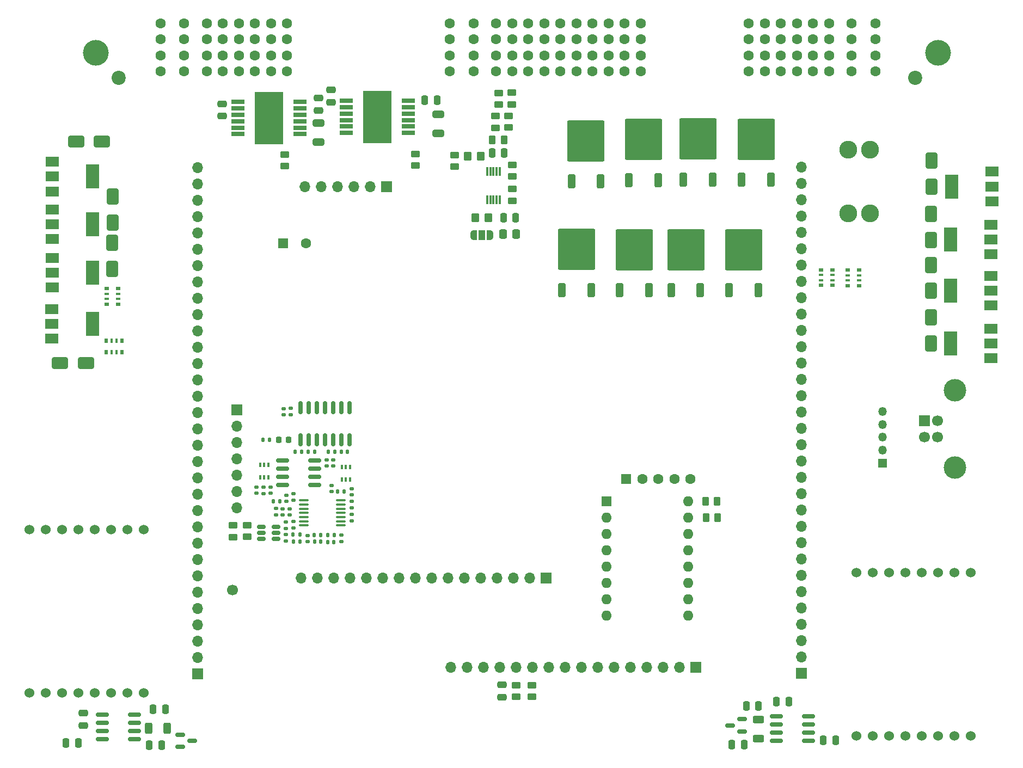
<source format=gbr>
%TF.GenerationSoftware,KiCad,Pcbnew,7.0.8*%
%TF.CreationDate,2024-05-13T00:37:04+01:00*%
%TF.ProjectId,Polygonus-Universal-Base,506f6c79-676f-46e7-9573-2d556e697665,rev?*%
%TF.SameCoordinates,Original*%
%TF.FileFunction,Soldermask,Top*%
%TF.FilePolarity,Negative*%
%FSLAX46Y46*%
G04 Gerber Fmt 4.6, Leading zero omitted, Abs format (unit mm)*
G04 Created by KiCad (PCBNEW 7.0.8) date 2024-05-13 00:37:04*
%MOMM*%
%LPD*%
G01*
G04 APERTURE LIST*
G04 Aperture macros list*
%AMRoundRect*
0 Rectangle with rounded corners*
0 $1 Rounding radius*
0 $2 $3 $4 $5 $6 $7 $8 $9 X,Y pos of 4 corners*
0 Add a 4 corners polygon primitive as box body*
4,1,4,$2,$3,$4,$5,$6,$7,$8,$9,$2,$3,0*
0 Add four circle primitives for the rounded corners*
1,1,$1+$1,$2,$3*
1,1,$1+$1,$4,$5*
1,1,$1+$1,$6,$7*
1,1,$1+$1,$8,$9*
0 Add four rect primitives between the rounded corners*
20,1,$1+$1,$2,$3,$4,$5,0*
20,1,$1+$1,$4,$5,$6,$7,0*
20,1,$1+$1,$6,$7,$8,$9,0*
20,1,$1+$1,$8,$9,$2,$3,0*%
%AMFreePoly0*
4,1,19,0.550000,-0.750000,0.000000,-0.750000,0.000000,-0.744911,-0.071157,-0.744911,-0.207708,-0.704816,-0.327430,-0.627875,-0.420627,-0.520320,-0.479746,-0.390866,-0.500000,-0.250000,-0.500000,0.250000,-0.479746,0.390866,-0.420627,0.520320,-0.327430,0.627875,-0.207708,0.704816,-0.071157,0.744911,0.000000,0.744911,0.000000,0.750000,0.550000,0.750000,0.550000,-0.750000,0.550000,-0.750000,
$1*%
%AMFreePoly1*
4,1,19,0.000000,0.744911,0.071157,0.744911,0.207708,0.704816,0.327430,0.627875,0.420627,0.520320,0.479746,0.390866,0.500000,0.250000,0.500000,-0.250000,0.479746,-0.390866,0.420627,-0.520320,0.327430,-0.627875,0.207708,-0.704816,0.071157,-0.744911,0.000000,-0.744911,0.000000,-0.750000,-0.550000,-0.750000,-0.550000,0.750000,0.000000,0.750000,0.000000,0.744911,0.000000,0.744911,
$1*%
G04 Aperture macros list end*
%ADD10RoundRect,0.250000X-0.337500X-0.475000X0.337500X-0.475000X0.337500X0.475000X-0.337500X0.475000X0*%
%ADD11RoundRect,0.250000X-0.650000X1.000000X-0.650000X-1.000000X0.650000X-1.000000X0.650000X1.000000X0*%
%ADD12R,1.700000X1.700000*%
%ADD13O,1.700000X1.700000*%
%ADD14R,0.500000X0.800000*%
%ADD15R,0.400000X0.800000*%
%ADD16RoundRect,0.250000X0.350000X-0.850000X0.350000X0.850000X-0.350000X0.850000X-0.350000X-0.850000X0*%
%ADD17RoundRect,0.249997X2.650003X-2.950003X2.650003X2.950003X-2.650003X2.950003X-2.650003X-2.950003X0*%
%ADD18R,2.000000X1.500000*%
%ADD19R,2.000000X3.800000*%
%ADD20R,1.600000X1.600000*%
%ADD21C,1.600000*%
%ADD22RoundRect,0.135000X0.185000X-0.135000X0.185000X0.135000X-0.185000X0.135000X-0.185000X-0.135000X0*%
%ADD23RoundRect,0.150000X-0.825000X-0.150000X0.825000X-0.150000X0.825000X0.150000X-0.825000X0.150000X0*%
%ADD24RoundRect,0.150000X0.150000X-0.825000X0.150000X0.825000X-0.150000X0.825000X-0.150000X-0.825000X0*%
%ADD25R,0.800000X0.500000*%
%ADD26R,0.800000X0.400000*%
%ADD27C,1.700000*%
%ADD28RoundRect,0.250000X0.450000X-0.262500X0.450000X0.262500X-0.450000X0.262500X-0.450000X-0.262500X0*%
%ADD29RoundRect,0.140000X-0.170000X0.140000X-0.170000X-0.140000X0.170000X-0.140000X0.170000X0.140000X0*%
%ADD30RoundRect,0.135000X-0.135000X-0.185000X0.135000X-0.185000X0.135000X0.185000X-0.135000X0.185000X0*%
%ADD31RoundRect,0.250000X0.250000X0.475000X-0.250000X0.475000X-0.250000X-0.475000X0.250000X-0.475000X0*%
%ADD32RoundRect,0.218750X-0.218750X-0.256250X0.218750X-0.256250X0.218750X0.256250X-0.218750X0.256250X0*%
%ADD33C,1.524000*%
%ADD34RoundRect,0.250000X-0.250000X-0.475000X0.250000X-0.475000X0.250000X0.475000X-0.250000X0.475000X0*%
%ADD35RoundRect,0.135000X0.135000X0.185000X-0.135000X0.185000X-0.135000X-0.185000X0.135000X-0.185000X0*%
%ADD36RoundRect,0.135000X-0.185000X0.135000X-0.185000X-0.135000X0.185000X-0.135000X0.185000X0.135000X0*%
%ADD37RoundRect,0.250000X-1.000000X-0.650000X1.000000X-0.650000X1.000000X0.650000X-1.000000X0.650000X0*%
%ADD38O,1.600000X1.600000*%
%ADD39R,0.300000X1.400000*%
%ADD40RoundRect,0.250000X-0.262500X-0.450000X0.262500X-0.450000X0.262500X0.450000X-0.262500X0.450000X0*%
%ADD41RoundRect,0.140000X0.170000X-0.140000X0.170000X0.140000X-0.170000X0.140000X-0.170000X-0.140000X0*%
%ADD42R,2.000000X0.650000*%
%ADD43R,4.500000X8.100000*%
%ADD44RoundRect,0.250000X0.262500X0.450000X-0.262500X0.450000X-0.262500X-0.450000X0.262500X-0.450000X0*%
%ADD45RoundRect,0.250000X0.625000X-0.312500X0.625000X0.312500X-0.625000X0.312500X-0.625000X-0.312500X0*%
%ADD46RoundRect,0.250000X-0.350000X-0.450000X0.350000X-0.450000X0.350000X0.450000X-0.350000X0.450000X0*%
%ADD47C,2.780000*%
%ADD48RoundRect,0.150000X-0.512500X-0.150000X0.512500X-0.150000X0.512500X0.150000X-0.512500X0.150000X0*%
%ADD49R,0.400000X0.650000*%
%ADD50RoundRect,0.140000X0.140000X0.170000X-0.140000X0.170000X-0.140000X-0.170000X0.140000X-0.170000X0*%
%ADD51RoundRect,0.250000X-0.312500X-0.625000X0.312500X-0.625000X0.312500X0.625000X-0.312500X0.625000X0*%
%ADD52RoundRect,0.150000X0.587500X0.150000X-0.587500X0.150000X-0.587500X-0.150000X0.587500X-0.150000X0*%
%ADD53RoundRect,0.250000X-0.450000X0.262500X-0.450000X-0.262500X0.450000X-0.262500X0.450000X0.262500X0*%
%ADD54C,4.000000*%
%ADD55C,2.200000*%
%ADD56RoundRect,0.250000X-0.475000X0.250000X-0.475000X-0.250000X0.475000X-0.250000X0.475000X0.250000X0*%
%ADD57RoundRect,0.150000X-0.587500X-0.150000X0.587500X-0.150000X0.587500X0.150000X-0.587500X0.150000X0*%
%ADD58RoundRect,0.250000X0.650000X-0.325000X0.650000X0.325000X-0.650000X0.325000X-0.650000X-0.325000X0*%
%ADD59RoundRect,0.250000X0.475000X-0.250000X0.475000X0.250000X-0.475000X0.250000X-0.475000X-0.250000X0*%
%ADD60C,3.500000*%
%ADD61RoundRect,0.140000X-0.140000X-0.170000X0.140000X-0.170000X0.140000X0.170000X-0.140000X0.170000X0*%
%ADD62RoundRect,0.150000X0.825000X0.150000X-0.825000X0.150000X-0.825000X-0.150000X0.825000X-0.150000X0*%
%ADD63R,1.350000X1.350000*%
%ADD64O,1.350000X1.350000*%
%ADD65RoundRect,0.100000X-0.637500X-0.100000X0.637500X-0.100000X0.637500X0.100000X-0.637500X0.100000X0*%
%ADD66FreePoly0,180.000000*%
%ADD67R,1.000000X1.500000*%
%ADD68FreePoly1,180.000000*%
G04 APERTURE END LIST*
D10*
%TO.C,C25*%
X135262500Y-63640000D03*
X137337500Y-63640000D03*
%TD*%
D11*
%TO.C,D2*%
X201800000Y-76640000D03*
X201800000Y-80640000D03*
%TD*%
D12*
%TO.C,J5*%
X93888235Y-91017793D03*
D13*
X93888235Y-93557793D03*
X93888235Y-96097793D03*
X93888235Y-98637793D03*
X93888235Y-101177793D03*
X93888235Y-103717793D03*
X93888235Y-106257793D03*
%TD*%
D14*
%TO.C,RN3*%
X76000000Y-80240000D03*
D15*
X75200000Y-80240000D03*
X74400000Y-80240000D03*
D14*
X73600000Y-80240000D03*
X73600000Y-82040000D03*
D15*
X74400000Y-82040000D03*
X75200000Y-82040000D03*
D14*
X76000000Y-82040000D03*
%TD*%
D16*
%TO.C,Q2*%
X163337124Y-55140737D03*
D17*
X165617124Y-48840737D03*
D16*
X167897124Y-55140737D03*
%TD*%
D18*
%TO.C,U17*%
X65154476Y-59831561D03*
X65154476Y-62131561D03*
X65154476Y-64431561D03*
D19*
X71454476Y-62131561D03*
%TD*%
D20*
%TO.C,C2*%
X101112052Y-65110107D03*
D21*
X104612052Y-65110107D03*
%TD*%
D22*
%TO.C,R24*%
X102694607Y-105039580D03*
X102694607Y-104019580D03*
%TD*%
D23*
%TO.C,U21*%
X73006624Y-138366545D03*
X73006624Y-139636545D03*
X73006624Y-140906545D03*
X73006624Y-142176545D03*
X77956624Y-142176545D03*
X77956624Y-140906545D03*
X77956624Y-139636545D03*
X77956624Y-138366545D03*
%TD*%
D24*
%TO.C,U5*%
X103772815Y-95640995D03*
X105042815Y-95640995D03*
X106312815Y-95640995D03*
X107582815Y-95640995D03*
X108852815Y-95640995D03*
X110122815Y-95640995D03*
X111392815Y-95640995D03*
X111392815Y-90690995D03*
X110122815Y-90690995D03*
X108852815Y-90690995D03*
X107582815Y-90690995D03*
X106312815Y-90690995D03*
X105042815Y-90690995D03*
X103772815Y-90690995D03*
%TD*%
D25*
%TO.C,RN2*%
X188862544Y-69273813D03*
D26*
X188862544Y-70073813D03*
X188862544Y-70873813D03*
D25*
X188862544Y-71673813D03*
X190662544Y-71673813D03*
D26*
X190662544Y-70873813D03*
X190662544Y-70073813D03*
D25*
X190662544Y-69273813D03*
%TD*%
D27*
%TO.C,P1*%
X93218000Y-118999000D03*
%TD*%
D28*
%TO.C,R35*%
X121703685Y-52996521D03*
X121703685Y-51171521D03*
%TD*%
D29*
%TO.C,C22*%
X111753915Y-103277947D03*
X111753915Y-104237947D03*
%TD*%
D18*
%TO.C,U16*%
X65191189Y-52405741D03*
X65191189Y-54705741D03*
X65191189Y-57005741D03*
D19*
X71491189Y-54705741D03*
%TD*%
D30*
%TO.C,R11*%
X102652406Y-110402584D03*
X103672406Y-110402584D03*
%TD*%
D31*
%TO.C,C36*%
X69212465Y-142838958D03*
X67312465Y-142838958D03*
%TD*%
D32*
%TO.C,D1*%
X100384057Y-95641065D03*
X101959057Y-95641065D03*
%TD*%
D30*
%TO.C,R12*%
X107991506Y-110453400D03*
X109011506Y-110453400D03*
%TD*%
D33*
%TO.C,U1*%
X190269349Y-141724815D03*
X192809349Y-141724815D03*
X195349349Y-141724815D03*
X197889349Y-141724815D03*
X200429349Y-141724815D03*
X202969349Y-141724815D03*
X205509349Y-141724815D03*
X208049349Y-141724815D03*
X190269349Y-116324815D03*
X192809349Y-116324815D03*
X195349349Y-116324815D03*
X197889349Y-116324815D03*
X200429349Y-116324815D03*
X202969349Y-116324815D03*
X205509349Y-116324815D03*
X208049349Y-116324815D03*
%TD*%
D18*
%TO.C,U13*%
X211338488Y-58550546D03*
X211338488Y-56250546D03*
X211338488Y-53950546D03*
D19*
X205038488Y-56250546D03*
%TD*%
D31*
%TO.C,C27*%
X125032661Y-42835627D03*
X123132661Y-42835627D03*
%TD*%
D34*
%TO.C,C32*%
X177805526Y-136340000D03*
X179705526Y-136340000D03*
%TD*%
D18*
%TO.C,U14*%
X211155466Y-66786559D03*
X211155466Y-64486559D03*
X211155466Y-62186559D03*
D19*
X204855466Y-64486559D03*
%TD*%
D31*
%TO.C,C33*%
X82768167Y-137563839D03*
X80868167Y-137563839D03*
%TD*%
D18*
%TO.C,U19*%
X65154476Y-67355819D03*
X65154476Y-69655819D03*
X65154476Y-71955819D03*
D19*
X71454476Y-69655819D03*
%TD*%
D35*
%TO.C,R19*%
X110603170Y-103677567D03*
X109583170Y-103677567D03*
%TD*%
D36*
%TO.C,R23*%
X99963884Y-106309931D03*
X99963884Y-107329931D03*
%TD*%
D37*
%TO.C,D6*%
X68900000Y-49240000D03*
X72900000Y-49240000D03*
%TD*%
D11*
%TO.C,D8*%
X74500000Y-65040000D03*
X74500000Y-69040000D03*
%TD*%
D28*
%TO.C,R28*%
X136156488Y-47086808D03*
X136156488Y-45261808D03*
%TD*%
D31*
%TO.C,C30*%
X175022461Y-137038591D03*
X173122461Y-137038591D03*
%TD*%
D16*
%TO.C,Q7*%
X153420000Y-72380000D03*
D17*
X155700000Y-66080000D03*
D16*
X157980000Y-72380000D03*
%TD*%
D20*
%TO.C,A1*%
X151360000Y-105209750D03*
D38*
X151360000Y-107749750D03*
X151360000Y-110289750D03*
X151360000Y-112829750D03*
X151360000Y-115369750D03*
X151360000Y-117909750D03*
X151360000Y-120449750D03*
X151360000Y-122989750D03*
X164060000Y-122989750D03*
X164060000Y-120449750D03*
X164060000Y-117909750D03*
X164060000Y-115369750D03*
X164060000Y-112829750D03*
X164060000Y-110289750D03*
X164060000Y-107749750D03*
X164060000Y-105209750D03*
%TD*%
D34*
%TO.C,C34*%
X80284731Y-143131829D03*
X82184731Y-143131829D03*
%TD*%
%TO.C,C29*%
X170877796Y-143031045D03*
X172777796Y-143031045D03*
%TD*%
D39*
%TO.C,U10*%
X134811353Y-53880996D03*
X134311353Y-53880996D03*
X133811353Y-53880996D03*
X133311353Y-53880996D03*
X132811353Y-53880996D03*
X132811353Y-58280996D03*
X133311353Y-58280996D03*
X133811353Y-58280996D03*
X134311353Y-58280996D03*
X134811353Y-58280996D03*
%TD*%
D28*
%TO.C,R27*%
X134142220Y-47096793D03*
X134142220Y-45271793D03*
%TD*%
D18*
%TO.C,U11*%
X211155466Y-82984051D03*
X211155466Y-80684051D03*
X211155466Y-78384051D03*
D19*
X204855466Y-80684051D03*
%TD*%
D35*
%TO.C,R15*%
X106958279Y-110441734D03*
X105938279Y-110441734D03*
%TD*%
D40*
%TO.C,R2*%
X166846916Y-107749289D03*
X168671916Y-107749289D03*
%TD*%
D25*
%TO.C,RN4*%
X75458314Y-74539005D03*
D26*
X75458314Y-73739005D03*
X75458314Y-72939005D03*
D25*
X75458314Y-72139005D03*
X73658314Y-72139005D03*
D26*
X73658314Y-72939005D03*
X73658314Y-73739005D03*
D25*
X73658314Y-74539005D03*
%TD*%
D41*
%TO.C,C15*%
X107851547Y-99715769D03*
X107851547Y-98755769D03*
%TD*%
D30*
%TO.C,R22*%
X99550669Y-105224359D03*
X100570669Y-105224359D03*
%TD*%
D42*
%TO.C,U15*%
X120537906Y-47908604D03*
X120537906Y-46908604D03*
X120537906Y-45908604D03*
X120537906Y-44908604D03*
X120537906Y-43908604D03*
X120537906Y-42908604D03*
X110937906Y-42908604D03*
X110937906Y-43908604D03*
X110937906Y-44908604D03*
X110937906Y-45908604D03*
X110937906Y-46908604D03*
X110937906Y-47908604D03*
D43*
X115737906Y-45408604D03*
%TD*%
D44*
%TO.C,R29*%
X135421872Y-48964572D03*
X133596872Y-48964572D03*
%TD*%
D18*
%TO.C,U18*%
X65127619Y-75332820D03*
X65127619Y-77632820D03*
X65127619Y-79932820D03*
D19*
X71427619Y-77632820D03*
%TD*%
D45*
%TO.C,R36*%
X175014418Y-142128630D03*
X175014418Y-139203630D03*
%TD*%
D46*
%TO.C,R32*%
X129809704Y-51520545D03*
X131809704Y-51520545D03*
%TD*%
D16*
%TO.C,Q8*%
X144420000Y-72342005D03*
D17*
X146700000Y-66042005D03*
D16*
X148980000Y-72342005D03*
%TD*%
D29*
%TO.C,C18*%
X101158839Y-90784460D03*
X101158839Y-91744460D03*
%TD*%
D47*
%TO.C,F1*%
X192364464Y-50542664D03*
X188964464Y-50542664D03*
X192364464Y-60462664D03*
X188964464Y-60462664D03*
%TD*%
D28*
%TO.C,R5*%
X101340513Y-53094840D03*
X101340513Y-51269840D03*
%TD*%
D48*
%TO.C,U4*%
X97720254Y-109163333D03*
X97720254Y-110113333D03*
X97720254Y-111063333D03*
X99995254Y-111063333D03*
X99995254Y-110113333D03*
X99995254Y-109163333D03*
%TD*%
D49*
%TO.C,U8*%
X97506000Y-101473000D03*
X98156000Y-101473000D03*
X98806000Y-101473000D03*
X98806000Y-99573000D03*
X98156000Y-99573000D03*
X97506000Y-99573000D03*
%TD*%
D50*
%TO.C,C7*%
X108969840Y-111550010D03*
X108009840Y-111550010D03*
%TD*%
D18*
%TO.C,U12*%
X211155466Y-74748038D03*
X211155466Y-72448038D03*
X211155466Y-70148038D03*
D19*
X204855466Y-72448038D03*
%TD*%
D28*
%TO.C,R8*%
X93328736Y-110787347D03*
X93328736Y-108962347D03*
%TD*%
D29*
%TO.C,C20*%
X99154135Y-103003922D03*
X99154135Y-103963922D03*
%TD*%
%TO.C,C16*%
X102278781Y-90761128D03*
X102278781Y-91721128D03*
%TD*%
D28*
%TO.C,R4*%
X137316345Y-135636620D03*
X137316345Y-133811620D03*
%TD*%
D44*
%TO.C,R1*%
X168584105Y-105177683D03*
X166759105Y-105177683D03*
%TD*%
D51*
%TO.C,R37*%
X80155250Y-140550045D03*
X83080250Y-140550045D03*
%TD*%
D29*
%TO.C,C10*%
X96901000Y-103025000D03*
X96901000Y-103985000D03*
%TD*%
D34*
%TO.C,C24*%
X135350000Y-61140000D03*
X137250000Y-61140000D03*
%TD*%
D52*
%TO.C,D10*%
X172464671Y-141014880D03*
X172464671Y-139114880D03*
X170589671Y-140064880D03*
%TD*%
D46*
%TO.C,R33*%
X131000000Y-61140000D03*
X133000000Y-61140000D03*
%TD*%
D53*
%TO.C,R30*%
X136700000Y-56627500D03*
X136700000Y-58452500D03*
%TD*%
D23*
%TO.C,U7*%
X101008268Y-98873572D03*
X101008268Y-100143572D03*
X101008268Y-101413572D03*
X101008268Y-102683572D03*
X105958268Y-102683572D03*
X105958268Y-101413572D03*
X105958268Y-100143572D03*
X105958268Y-98873572D03*
%TD*%
D22*
%TO.C,R16*%
X98044000Y-104015000D03*
X98044000Y-102995000D03*
%TD*%
D54*
%TO.C,J1*%
X72000000Y-35490000D03*
D55*
X75550000Y-39340000D03*
X199350000Y-39340000D03*
D54*
X202900000Y-35490000D03*
D21*
X101700000Y-38340000D03*
X101700000Y-35840000D03*
X101700000Y-33340000D03*
X101700000Y-30840000D03*
X99200000Y-38340000D03*
X99200000Y-35840000D03*
X99200000Y-33340000D03*
X99200000Y-30840000D03*
X96700000Y-38340000D03*
X96700000Y-35840000D03*
X96700000Y-33340000D03*
X96700000Y-30840000D03*
X94200000Y-38340000D03*
X94200000Y-35840000D03*
X94200000Y-33340000D03*
X94200000Y-30840000D03*
X91700000Y-38340000D03*
X91700000Y-35840000D03*
X91700000Y-33340000D03*
X91700000Y-30840000D03*
X89200000Y-38340000D03*
X89200000Y-35840000D03*
X89200000Y-33340000D03*
X89200000Y-30840000D03*
X85700000Y-38340000D03*
X85700000Y-35840000D03*
X85700000Y-33340000D03*
X85700000Y-30840000D03*
X82000000Y-38340000D03*
X82000000Y-35840000D03*
X82000000Y-33340000D03*
X82000000Y-30840000D03*
X156700000Y-38340000D03*
X156700000Y-35840000D03*
X156700000Y-33340000D03*
X156700000Y-30840000D03*
X154200000Y-38340000D03*
X154200000Y-35840000D03*
X154200000Y-33340000D03*
X154200000Y-30840000D03*
X151700000Y-38340000D03*
X151700000Y-35840000D03*
X151700000Y-33340000D03*
X151700000Y-30840000D03*
X149200000Y-38340000D03*
X149200000Y-35840000D03*
X149200000Y-33340000D03*
X149200000Y-30840000D03*
X146700000Y-38340000D03*
X146700000Y-35840000D03*
X146700000Y-33340000D03*
X146700000Y-30840000D03*
X144200000Y-38340000D03*
X144200000Y-35840000D03*
X144200000Y-33340000D03*
X144200000Y-30840000D03*
X141700000Y-38340000D03*
X141700000Y-35840000D03*
X141700000Y-33340000D03*
X141700000Y-30840000D03*
X139200000Y-38340000D03*
X139200000Y-35840000D03*
X139200000Y-33340000D03*
X139200000Y-30840000D03*
X136700000Y-38340000D03*
X136700000Y-35840000D03*
X136700000Y-33340000D03*
X136700000Y-30840000D03*
X134200000Y-38340000D03*
X134200000Y-35840000D03*
X134200000Y-33340000D03*
X134200000Y-30840000D03*
X130700000Y-38340000D03*
X130700000Y-35840000D03*
X130700000Y-33340000D03*
X130700000Y-30840000D03*
X127000000Y-38340000D03*
X127000000Y-35840000D03*
X127000000Y-33340000D03*
X127000000Y-30840000D03*
X173500000Y-38340000D03*
X173500000Y-35840000D03*
X173500000Y-33340000D03*
X173500000Y-30840000D03*
X176000000Y-38340000D03*
X176000000Y-35840000D03*
X176000000Y-33340000D03*
X176000000Y-30840000D03*
X178500000Y-38340000D03*
X178500000Y-35840000D03*
X178500000Y-33340000D03*
X178500000Y-30840000D03*
X181000000Y-38340000D03*
X181000000Y-35840000D03*
X181000000Y-33340000D03*
X181000000Y-30840000D03*
X183500000Y-38340000D03*
X183500000Y-35840000D03*
X183500000Y-33340000D03*
X183500000Y-30840000D03*
X186000000Y-38340000D03*
X186000000Y-35840000D03*
X186000000Y-33340000D03*
X186000000Y-30840000D03*
X189500000Y-38340000D03*
X189500000Y-35840000D03*
X189500000Y-33340000D03*
X189500000Y-30840000D03*
X193200000Y-38340000D03*
X193200000Y-35840000D03*
X193200000Y-33340000D03*
X193200000Y-30840000D03*
%TD*%
D11*
%TO.C,D3*%
X201800000Y-68440000D03*
X201800000Y-72440000D03*
%TD*%
D56*
%TO.C,C5*%
X91623348Y-43390000D03*
X91623348Y-45290000D03*
%TD*%
D57*
%TO.C,D11*%
X85069372Y-141504002D03*
X85069372Y-143404002D03*
X86944372Y-142454002D03*
%TD*%
D58*
%TO.C,C3*%
X106562042Y-49339600D03*
X106562042Y-46389600D03*
%TD*%
D16*
%TO.C,Q5*%
X170420000Y-72380000D03*
D17*
X172700000Y-66080000D03*
D16*
X174980000Y-72380000D03*
%TD*%
D59*
%TO.C,C35*%
X69993202Y-140080574D03*
X69993202Y-138180574D03*
%TD*%
D50*
%TO.C,C11*%
X103950231Y-97512576D03*
X102990231Y-97512576D03*
%TD*%
D30*
%TO.C,R21*%
X108147741Y-97543685D03*
X109167741Y-97543685D03*
%TD*%
D29*
%TO.C,C13*%
X108584360Y-102738701D03*
X108584360Y-103698701D03*
%TD*%
D12*
%TO.C,J4*%
X200849999Y-92720000D03*
D27*
X200849999Y-95220000D03*
X202849999Y-95220000D03*
X202849999Y-92720000D03*
D60*
X205559999Y-87950000D03*
X205559999Y-99990000D03*
%TD*%
D36*
%TO.C,R18*%
X111786259Y-105229532D03*
X111786259Y-106249532D03*
%TD*%
D61*
%TO.C,C12*%
X110146538Y-97520079D03*
X111106538Y-97520079D03*
%TD*%
D36*
%TO.C,R9*%
X110134755Y-110480039D03*
X110134755Y-111500039D03*
%TD*%
D30*
%TO.C,R6*%
X97915000Y-95631000D03*
X98935000Y-95631000D03*
%TD*%
D62*
%TO.C,U20*%
X182760593Y-142478446D03*
X182760593Y-141208446D03*
X182760593Y-139938446D03*
X182760593Y-138668446D03*
X177810593Y-138668446D03*
X177810593Y-139938446D03*
X177810593Y-141208446D03*
X177810593Y-142478446D03*
%TD*%
D30*
%TO.C,R13*%
X102731362Y-111507528D03*
X103751362Y-111507528D03*
%TD*%
D11*
%TO.C,D4*%
X201800000Y-60540000D03*
X201800000Y-64540000D03*
%TD*%
D16*
%TO.C,Q6*%
X161420000Y-72380000D03*
D17*
X163700000Y-66080000D03*
D16*
X165980000Y-72380000D03*
%TD*%
D37*
%TO.C,D9*%
X66400000Y-83740000D03*
X70400000Y-83740000D03*
%TD*%
D41*
%TO.C,C9*%
X104884343Y-111504719D03*
X104884343Y-110544719D03*
%TD*%
D16*
%TO.C,Q4*%
X145922936Y-55440022D03*
D17*
X148202936Y-49140022D03*
D16*
X150482936Y-55440022D03*
%TD*%
D41*
%TO.C,C14*%
X101591948Y-105251543D03*
X101591948Y-104291543D03*
%TD*%
D28*
%TO.C,R25*%
X134632173Y-43509301D03*
X134632173Y-41684301D03*
%TD*%
D34*
%TO.C,C31*%
X185107368Y-142389712D03*
X187007368Y-142389712D03*
%TD*%
D28*
%TO.C,R3*%
X139749110Y-135636620D03*
X139749110Y-133811620D03*
%TD*%
D11*
%TO.C,D7*%
X74600000Y-57840000D03*
X74600000Y-61840000D03*
%TD*%
D63*
%TO.C,J3*%
X194310000Y-99250000D03*
D64*
X194310000Y-97250000D03*
X194310000Y-95250000D03*
X194310000Y-93250000D03*
X194310000Y-91250000D03*
%TD*%
D59*
%TO.C,C28*%
X108579658Y-43118935D03*
X108579658Y-41218935D03*
%TD*%
D50*
%TO.C,C8*%
X106939945Y-111515012D03*
X105979945Y-111515012D03*
%TD*%
D25*
%TO.C,RN1*%
X186551050Y-71602925D03*
D26*
X186551050Y-70802925D03*
X186551050Y-70002925D03*
D25*
X186551050Y-69202925D03*
X184751050Y-69202925D03*
D26*
X184751050Y-70002925D03*
X184751050Y-70802925D03*
D25*
X184751050Y-71602925D03*
%TD*%
D29*
%TO.C,C19*%
X102094885Y-106391780D03*
X102094885Y-107351780D03*
%TD*%
D16*
%TO.C,Q3*%
X154852819Y-55247290D03*
D17*
X157132819Y-48947290D03*
D16*
X159412819Y-55247290D03*
%TD*%
D42*
%TO.C,U3*%
X103677537Y-48096167D03*
X103677537Y-47096167D03*
X103677537Y-46096167D03*
X103677537Y-45096167D03*
X103677537Y-44096167D03*
X103677537Y-43096167D03*
X94077537Y-43096167D03*
X94077537Y-44096167D03*
X94077537Y-45096167D03*
X94077537Y-46096167D03*
X94077537Y-47096167D03*
X94077537Y-48096167D03*
D43*
X98877537Y-45596167D03*
%TD*%
D59*
%TO.C,C1*%
X135157194Y-135666133D03*
X135157194Y-133766133D03*
%TD*%
D65*
%TO.C,U6*%
X104314536Y-105075641D03*
X104314536Y-105725641D03*
X104314536Y-106375641D03*
X104314536Y-107025641D03*
X104314536Y-107675641D03*
X104314536Y-108325641D03*
X104314536Y-108975641D03*
X110039536Y-108975641D03*
X110039536Y-108325641D03*
X110039536Y-107675641D03*
X110039536Y-107025641D03*
X110039536Y-106375641D03*
X110039536Y-105725641D03*
X110039536Y-105075641D03*
%TD*%
D41*
%TO.C,C17*%
X108862606Y-99723546D03*
X108862606Y-98763546D03*
%TD*%
D11*
%TO.C,D5*%
X201900000Y-52240000D03*
X201900000Y-56240000D03*
%TD*%
D29*
%TO.C,C21*%
X101042347Y-106396965D03*
X101042347Y-107356965D03*
%TD*%
D33*
%TO.C,U2*%
X61611115Y-135011435D03*
X64151115Y-135011435D03*
X66691115Y-135011435D03*
X69231115Y-135011435D03*
X71771115Y-135011435D03*
X74311115Y-135011435D03*
X76851115Y-135011435D03*
X79391115Y-135011435D03*
X61611115Y-109611435D03*
X64151115Y-109611435D03*
X66691115Y-109611435D03*
X69231115Y-109611435D03*
X71771115Y-109611435D03*
X74311115Y-109611435D03*
X76851115Y-109611435D03*
X79391115Y-109611435D03*
%TD*%
D66*
%TO.C,JP1*%
X133300000Y-63782500D03*
D67*
X132000000Y-63782500D03*
D68*
X130700000Y-63782500D03*
%TD*%
D53*
%TO.C,R7*%
X95492320Y-108906871D03*
X95492320Y-110731871D03*
%TD*%
D28*
%TO.C,R26*%
X136615925Y-43481749D03*
X136615925Y-41656749D03*
%TD*%
D34*
%TO.C,C23*%
X133559372Y-51041904D03*
X135459372Y-51041904D03*
%TD*%
D59*
%TO.C,C4*%
X106612595Y-44416468D03*
X106612595Y-42516468D03*
%TD*%
D29*
%TO.C,C6*%
X101531149Y-110419946D03*
X101531149Y-111379946D03*
%TD*%
D12*
%TO.C,J2*%
X181672763Y-132012059D03*
D13*
X181672763Y-129472059D03*
X181672763Y-126932059D03*
X181672763Y-124392059D03*
X181672763Y-121852059D03*
X181672763Y-119312059D03*
X181672763Y-116772059D03*
X181672763Y-114232059D03*
X181672763Y-111692059D03*
X181672763Y-109152059D03*
X181672763Y-106612059D03*
X181672763Y-104072059D03*
X181672763Y-101532059D03*
X181672763Y-98992059D03*
X181672763Y-96452059D03*
X181672763Y-93912059D03*
X181672763Y-91372059D03*
X181672763Y-88832059D03*
X181672763Y-86292059D03*
X181672763Y-83752059D03*
X181672763Y-81212059D03*
X181672763Y-78672059D03*
X181672763Y-76132059D03*
X181672763Y-73592059D03*
X181672763Y-71052059D03*
X181672763Y-68512059D03*
X181672763Y-65972059D03*
X181672763Y-63432059D03*
X181672763Y-60892059D03*
X181672763Y-58352059D03*
X181672763Y-55812059D03*
X181672763Y-53272059D03*
D12*
X87760080Y-132017154D03*
D13*
X87760080Y-129477154D03*
X87760080Y-126937154D03*
X87760080Y-124397154D03*
X87760080Y-121857154D03*
X87760080Y-119317154D03*
X87760080Y-116777154D03*
X87760080Y-114237154D03*
X87760080Y-111697154D03*
X87760080Y-109157154D03*
X87760080Y-106617154D03*
X87760080Y-104077154D03*
X87760080Y-101537154D03*
X87760080Y-98997154D03*
X87760080Y-96457154D03*
X87760080Y-93917154D03*
X87760080Y-91377154D03*
X87760080Y-88837154D03*
X87760080Y-86297154D03*
X87760080Y-83757154D03*
X87760080Y-81217154D03*
X87760080Y-78677154D03*
X87760080Y-76137154D03*
X87760080Y-73597154D03*
X87760080Y-71057154D03*
X87760080Y-68517154D03*
X87760080Y-65977154D03*
X87760080Y-63437154D03*
X87760080Y-60897154D03*
X87760080Y-58357154D03*
X87760080Y-55817154D03*
X87760080Y-53277154D03*
D12*
X165230080Y-131026287D03*
D13*
X162690080Y-131026287D03*
X160150080Y-131026287D03*
X157610080Y-131026287D03*
X155070080Y-131026287D03*
X152530080Y-131026287D03*
X149990080Y-131026287D03*
X147450080Y-131026287D03*
X144910080Y-131026287D03*
X142370080Y-131026287D03*
X139830080Y-131026287D03*
X137290080Y-131026287D03*
X134750080Y-131026287D03*
X132210080Y-131026287D03*
X129670080Y-131026287D03*
X127130080Y-131026287D03*
D12*
X141953794Y-117134404D03*
D13*
X139413794Y-117134404D03*
X136873794Y-117134404D03*
X134333794Y-117134404D03*
X131793794Y-117134404D03*
X129253794Y-117134404D03*
X126713794Y-117134404D03*
X124173794Y-117134404D03*
X121633794Y-117134404D03*
X119093794Y-117134404D03*
X116553794Y-117134404D03*
X114013794Y-117134404D03*
X111473794Y-117134404D03*
X108933794Y-117134404D03*
X106393794Y-117134404D03*
X103853794Y-117134404D03*
D21*
X164425871Y-101751522D03*
X161925871Y-101751522D03*
X159425871Y-101751522D03*
X156925871Y-101751522D03*
D20*
X154425871Y-101751522D03*
D12*
X117154579Y-56302538D03*
D13*
X114614579Y-56302538D03*
X112074579Y-56302538D03*
X109534579Y-56302538D03*
X106994579Y-56302538D03*
X104454579Y-56302538D03*
%TD*%
D53*
%TO.C,R31*%
X136767835Y-52882467D03*
X136767835Y-54707467D03*
%TD*%
D36*
%TO.C,R10*%
X101545284Y-108404638D03*
X101545284Y-109424638D03*
%TD*%
%TO.C,R17*%
X111786259Y-107271094D03*
X111786259Y-108291094D03*
%TD*%
D22*
%TO.C,R14*%
X102660041Y-109388344D03*
X102660041Y-108368344D03*
%TD*%
D58*
%TO.C,C26*%
X125200007Y-47969022D03*
X125200007Y-45019022D03*
%TD*%
D35*
%TO.C,R20*%
X105971239Y-97497021D03*
X104951239Y-97497021D03*
%TD*%
D49*
%TO.C,U9*%
X110205506Y-101814105D03*
X110855506Y-101814105D03*
X111505506Y-101814105D03*
X111505506Y-99914105D03*
X110855506Y-99914105D03*
X110205506Y-99914105D03*
%TD*%
D53*
%TO.C,R34*%
X127720250Y-51342152D03*
X127720250Y-53167152D03*
%TD*%
D16*
%TO.C,Q1*%
X172371404Y-55213011D03*
D17*
X174651404Y-48913011D03*
D16*
X176931404Y-55213011D03*
%TD*%
M02*

</source>
